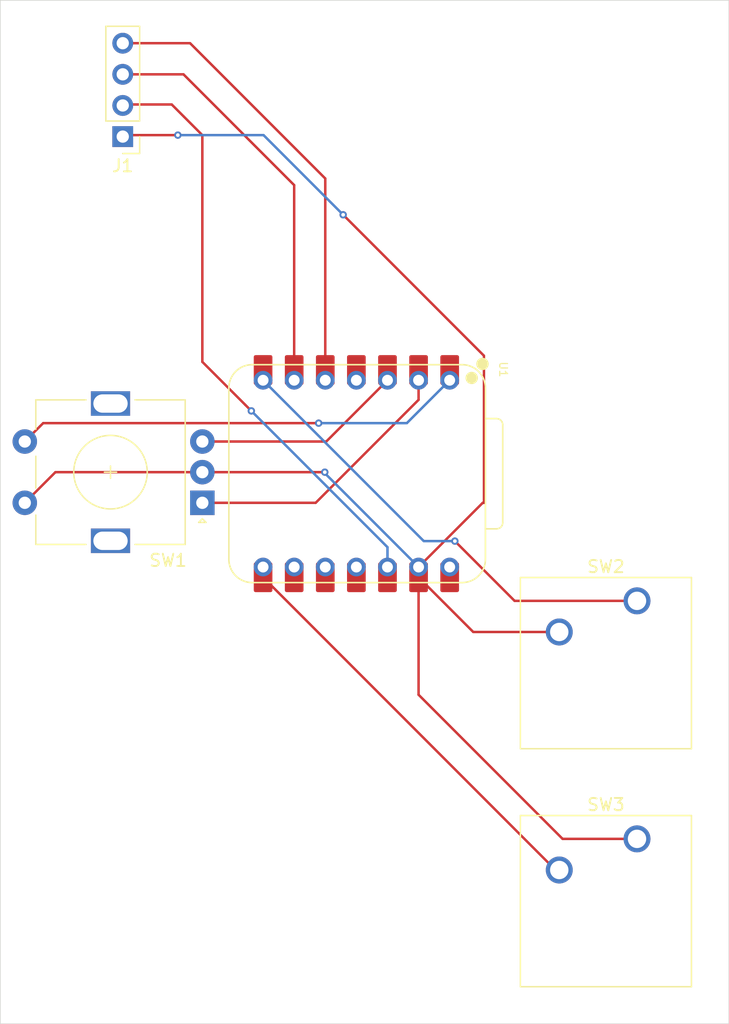
<source format=kicad_pcb>
(kicad_pcb (version 20241229) (generator "pcbnew") (generator_version "9.0")
  (layers (0 "F.Cu" signal) (2 "B.Cu" signal) (13 "F.Paste" user) (15 "B.Paste" user) (5 "F.SilkS" user "F.Silkscreen") (7 "B.SilkS" user "B.Silkscreen") (1 "F.Mask" user) (3 "B.Mask" user) (25 "Edge.Cuts" user))
  (net 0 "")
  (net 1 "Net-(J1-Pin_4)")
  (net 2 "Net-(J1-Pin_2)")
  (net 3 "Net-(J1-Pin_3)")
  (net 5 "unconnected-(U1-VBUS-Pad14)")
  (net 9 "GND")
  (net 10 "Net-(U1-GPIO26{slash}ADC0{slash}A0)")
  (net 11 "Net-(U1-GPIO27{slash}ADC1{slash}A1)")
  (net 12 "Net-(U1-GPIO28{slash}ADC2{slash}A2)")
  (net 13 "Net-(U1-GPIO0{slash}TX)")
  (net 14 "Net-(U1-GPIO1{slash}RX)")
  (footprint "Rotary_Encoder:RotaryEncoder_Alps_EC11E-Switch_Vertical_H20mm" (layer "F.Cu") (at 140 109.5 180)
    (property "Reference" "SW1" (at 2.8 -4.7 0) (layer "F.SilkS"))
    (property "Value" "RotaryEncoder_Switch")
    (fp_line (start 13.6 8.4) (end 9.5 8.4) (stroke (width 0.12)) (layer "F.SilkS"))
    (fp_line (start 13.6 6) (end 13.6 8.4) (stroke (width 0.12)) (layer "F.SilkS"))
    (fp_line (start 13.6 1.2) (end 13.6 3.8) (stroke (width 0.12)) (layer "F.SilkS"))
    (fp_line (start 13.6 -3.4) (end 13.6 -1) (stroke (width 0.12)) (layer "F.SilkS"))
    (fp_line (start 9.5 -3.4) (end 13.6 -3.4) (stroke (width 0.12)) (layer "F.SilkS"))
    (fp_line (start 7.5 2) (end 7.5 3) (stroke (width 0.12)) (layer "F.SilkS"))
    (fp_line (start 7 2.5) (end 8 2.5) (stroke (width 0.12)) (layer "F.SilkS"))
    (fp_line (start 5.5 8.4) (end 1.4 8.4) (stroke (width 0.12)) (layer "F.SilkS"))
    (fp_line (start 5.5 -3.4) (end 1.4 -3.4) (stroke (width 0.12)) (layer "F.SilkS"))
    (fp_line (start 1.4 -3.4) (end 1.4 8.4) (stroke (width 0.12)) (layer "F.SilkS"))
    (fp_line (start 0.3 -1.6) (end 0 -1.3) (stroke (width 0.12)) (layer "F.SilkS"))
    (fp_line (start 0 -1.3) (end -0.3 -1.6) (stroke (width 0.12)) (layer "F.SilkS"))
    (fp_line (start -0.3 -1.6) (end 0.3 -1.6) (stroke (width 0.12)) (layer "F.SilkS"))
    (fp_circle (center 7.5 2.5) (end 10.5 2.5) (stroke (width 0.12)) (fill no) (layer "F.SilkS"))
    (pad "A" thru_hole rect (at 0 0 180) (size 2 2) (drill 1) (layers "*.Cu" "*.Mask") (net 11 "Net-(U1-GPIO27{slash}ADC1{slash}A1)"))
    (pad "B" thru_hole circle (at 0 5 180) (size 2 2) (drill 1) (layers "*.Cu" "*.Mask") (net 12 "Net-(U1-GPIO28{slash}ADC2{slash}A2)"))
    (pad "C" thru_hole circle (at 0 2.5 180) (size 2 2) (drill 1) (layers "*.Cu" "*.Mask") (net 9 "GND"))
    (pad "MP" thru_hole rect (at 7.5 -3.1 180) (size 3.2 2) (drill oval 2.8 1.5) (layers "*.Cu" "*.Mask"))
    (pad "MP" thru_hole rect (at 7.5 8.1 180) (size 3.2 2) (drill oval 2.8 1.5) (layers "*.Cu" "*.Mask"))
    (pad "S1" thru_hole circle (at 14.5 5 180) (size 2 2) (drill 1) (layers "*.Cu" "*.Mask") (net 10 "Net-(U1-GPIO26{slash}ADC0{slash}A0)"))
    (pad "S2" thru_hole circle (at 14.5 0 180) (size 2 2) (drill 1) (layers "*.Cu" "*.Mask") (net 9 "GND"))
  )
  (footprint "OPL:XIAO-RP2040-DIP" (layer "F.Cu") (at 152.58 107.12 -90)
    (property "Reference" "U1" (at -8.5 -12 270) (layer "F.SilkS") (effects (font (size 0.635 0.635) (thickness 0.1016))))
    (property "Value" "XIAO-RP2040-DIP")
    (fp_line (start -6.985 10.414) (end 6.985 10.414) (stroke (width 0.127)) (layer "F.SilkS"))
    (fp_line (start -8.89 8.509) (end -8.89 -8.636) (stroke (width 0.127)) (layer "F.SilkS"))
    (fp_line (start 8.89 8.509) (end 8.89 -8.636) (stroke (width 0.127)) (layer "F.SilkS"))
    (fp_line (start -4.495 -10.541) (end -4.491272 -11.451272) (stroke (width 0.127)) (layer "F.SilkS"))
    (fp_line (start 6.985 -10.541) (end -6.985 -10.541) (stroke (width 0.1)) (layer "F.SilkS"))
    (fp_line (start 6.985 -10.541) (end -6.985 -10.541) (stroke (width 0.127)) (layer "F.SilkS"))
    (fp_line (start 4.504 -11.451) (end 4.504 -10.541) (stroke (width 0.127)) (layer "F.SilkS"))
    (fp_line (start -3.991272 -11.951) (end 4.004 -11.951) (stroke (width 0.127)) (layer "F.SilkS"))
    (fp_arc (start -6.985 10.414) (mid -8.332038 9.856038) (end -8.89 8.509) (stroke (width 0.127)) (layer "F.SilkS"))
    (fp_arc (start 8.89 8.509) (mid 8.332038 9.856038) (end 6.985 10.414) (stroke (width 0.127)) (layer "F.SilkS"))
    (fp_arc (start -8.89 -8.636) (mid -8.332038 -9.983038) (end -6.985 -10.541) (stroke (width 0.127)) (layer "F.SilkS"))
    (fp_arc (start 6.985 -10.541) (mid 8.332038 -9.983038) (end 8.89 -8.636) (stroke (width 0.127)) (layer "F.SilkS"))
    (fp_arc (start -4.491272 -11.451272) (mid -4.344728 -11.80464) (end -3.991272 -11.951) (stroke (width 0.127)) (layer "F.SilkS"))
    (fp_arc (start 4.004 -11.951) (mid 4.357553 -11.804553) (end 4.504 -11.451) (stroke (width 0.127)) (layer "F.SilkS"))
    (fp_circle (center -7.807 -9.42) (end -7.807 -9.674) (stroke (width 0.5)) (fill yes) (layer "F.SilkS"))
    (fp_circle (center -8.95 -10.3) (end -8.95 -10.554) (stroke (width 0.5)) (fill yes) (layer "F.SilkS"))
    (pad "1" smd roundrect (at -8.455 -7.62 90) (size 2.432 1.524) (layers "F.Cu" "F.Mask") (roundrect_rratio 0.1) (net 10 "Net-(U1-GPIO26{slash}ADC0{slash}A0)"))
    (pad "1" thru_hole circle (at -7.62 -7.62 90) (size 1.524 1.524) (drill 0.889) (layers "*.Cu" "*.Mask") (net 10 "Net-(U1-GPIO26{slash}ADC0{slash}A0)"))
    (pad "2" smd roundrect (at -8.455 -5.08 90) (size 2.432 1.524) (layers "F.Cu" "F.Mask") (roundrect_rratio 0.1) (net 11 "Net-(U1-GPIO27{slash}ADC1{slash}A1)"))
    (pad "2" thru_hole circle (at -7.62 -5.08 90) (size 1.524 1.524) (drill 0.889) (layers "*.Cu" "*.Mask") (net 11 "Net-(U1-GPIO27{slash}ADC1{slash}A1)"))
    (pad "3" smd roundrect (at -8.455 -2.54 90) (size 2.432 1.524) (layers "F.Cu" "F.Mask") (roundrect_rratio 0.1) (net 12 "Net-(U1-GPIO28{slash}ADC2{slash}A2)"))
    (pad "3" thru_hole circle (at -7.62 -2.54 90) (size 1.524 1.524) (drill 0.889) (layers "*.Cu" "*.Mask") (net 12 "Net-(U1-GPIO28{slash}ADC2{slash}A2)"))
    (pad "4" smd roundrect (at -8.455 0 90) (size 2.432 1.524) (layers "F.Cu" "F.Mask") (roundrect_rratio 0.1))
    (pad "4" thru_hole circle (at -7.62 0 90) (size 1.524 1.524) (drill 0.889) (layers "*.Cu" "*.Mask"))
    (pad "5" smd roundrect (at -8.455 2.54 90) (size 2.432 1.524) (layers "F.Cu" "F.Mask") (roundrect_rratio 0.1) (net 1 "Net-(J1-Pin_4)"))
    (pad "5" thru_hole circle (at -7.62 2.54 90) (size 1.524 1.524) (drill 0.889) (layers "*.Cu" "*.Mask") (net 1 "Net-(J1-Pin_4)"))
    (pad "6" smd roundrect (at -8.455 5.08 90) (size 2.432 1.524) (layers "F.Cu" "F.Mask") (roundrect_rratio 0.1) (net 3 "Net-(J1-Pin_3)"))
    (pad "6" thru_hole circle (at -7.62 5.08 90) (size 1.524 1.524) (drill 0.889) (layers "*.Cu" "*.Mask") (net 3 "Net-(J1-Pin_3)"))
    (pad "7" smd roundrect (at -8.455 7.62 90) (size 2.432 1.524) (layers "F.Cu" "F.Mask") (roundrect_rratio 0.1) (net 13 "Net-(U1-GPIO0{slash}TX)"))
    (pad "7" thru_hole circle (at -7.62 7.62 90) (size 1.524 1.524) (drill 0.889) (layers "*.Cu" "*.Mask") (net 13 "Net-(U1-GPIO0{slash}TX)"))
    (pad "8" thru_hole circle (at 7.62 7.62 270) (size 1.524 1.524) (drill 0.889) (layers "*.Cu" "*.Mask") (net 14 "Net-(U1-GPIO1{slash}RX)"))
    (pad "8" smd roundrect (at 8.455 7.62 270) (size 2.432 1.524) (layers "F.Cu" "F.Mask") (roundrect_rratio 0.1) (net 14 "Net-(U1-GPIO1{slash}RX)"))
    (pad "9" thru_hole circle (at 7.62 5.08 270) (size 1.524 1.524) (drill 0.889) (layers "*.Cu" "*.Mask"))
    (pad "9" smd roundrect (at 8.455 5.08 270) (size 2.432 1.524) (layers "F.Cu" "F.Mask") (roundrect_rratio 0.1))
    (pad "10" thru_hole circle (at 7.62 2.54 270) (size 1.524 1.524) (drill 0.889) (layers "*.Cu" "*.Mask"))
    (pad "10" smd roundrect (at 8.455 2.54 270) (size 2.432 1.524) (layers "F.Cu" "F.Mask") (roundrect_rratio 0.1))
    (pad "11" thru_hole circle (at 7.62 0 270) (size 1.524 1.524) (drill 0.889) (layers "*.Cu" "*.Mask"))
    (pad "11" smd roundrect (at 8.455 0 270) (size 2.432 1.524) (layers "F.Cu" "F.Mask") (roundrect_rratio 0.1))
    (pad "12" thru_hole circle (at 7.62 -2.54 270) (size 1.524 1.524) (drill 0.889) (layers "*.Cu" "*.Mask") (net 2 "Net-(J1-Pin_2)"))
    (pad "12" smd roundrect (at 8.455 -2.54 270) (size 2.432 1.524) (layers "F.Cu" "F.Mask") (roundrect_rratio 0.1) (net 2 "Net-(J1-Pin_2)"))
    (pad "13" thru_hole circle (at 7.62 -5.08 270) (size 1.524 1.524) (drill 0.889) (layers "*.Cu" "*.Mask") (net 9 "GND"))
    (pad "13" smd roundrect (at 8.455 -5.08 270) (size 2.432 1.524) (layers "F.Cu" "F.Mask") (roundrect_rratio 0.1) (net 9 "GND"))
    (pad "14" thru_hole circle (at 7.62 -7.62 270) (size 1.524 1.524) (drill 0.889) (layers "*.Cu" "*.Mask") (net 5 "unconnected-(U1-VBUS-Pad14)"))
    (pad "14" smd roundrect (at 8.455 -7.62 270) (size 2.432 1.524) (layers "F.Cu" "F.Mask") (roundrect_rratio 0.1) (net 5 "unconnected-(U1-VBUS-Pad14)"))
  )
  (footprint "Button_Switch_Keyboard:SW_Cherry_MX_1.00u_PCB" (layer "F.Cu") (at 175.5 117.5)
    (property "Reference" "SW2" (at -2.54 -2.794 0) (layer "F.SilkS"))
    (property "Value" "SW_Push")
    (fp_line (start -9.525 -1.905) (end 4.445 -1.905) (stroke (width 0.12)) (layer "F.SilkS"))
    (fp_line (start -9.525 12.065) (end -9.525 -1.905) (stroke (width 0.12)) (layer "F.SilkS"))
    (fp_line (start 4.445 -1.905) (end 4.445 12.065) (stroke (width 0.12)) (layer "F.SilkS"))
    (fp_line (start 4.445 12.065) (end -9.525 12.065) (stroke (width 0.12)) (layer "F.SilkS"))
    (pad "" np_thru_hole circle (at -7.62 5.08) (size 1.7 1.7) (drill 1.7) (layers "*.Cu" "*.Mask"))
    (pad "" np_thru_hole circle (at -2.54 5.08) (size 4 4) (drill 4) (layers "*.Cu" "*.Mask"))
    (pad "" np_thru_hole circle (at 2.54 5.08) (size 1.7 1.7) (drill 1.7) (layers "*.Cu" "*.Mask"))
    (pad "1" thru_hole circle (at 0 0) (size 2.2 2.2) (drill 1.5) (layers "*.Cu" "*.Mask") (net 13 "Net-(U1-GPIO0{slash}TX)"))
    (pad "2" thru_hole circle (at -6.35 2.54) (size 2.2 2.2) (drill 1.5) (layers "*.Cu" "*.Mask") (net 9 "GND"))
  )
  (footprint "Button_Switch_Keyboard:SW_Cherry_MX_1.00u_PCB" (layer "F.Cu") (at 175.5 136.92)
    (property "Reference" "SW3" (at -2.54 -2.794 0) (layer "F.SilkS"))
    (property "Value" "SW_Push")
    (fp_line (start -9.525 -1.905) (end 4.445 -1.905) (stroke (width 0.12)) (layer "F.SilkS"))
    (fp_line (start -9.525 12.065) (end -9.525 -1.905) (stroke (width 0.12)) (layer "F.SilkS"))
    (fp_line (start 4.445 -1.905) (end 4.445 12.065) (stroke (width 0.12)) (layer "F.SilkS"))
    (fp_line (start 4.445 12.065) (end -9.525 12.065) (stroke (width 0.12)) (layer "F.SilkS"))
    (pad "" np_thru_hole circle (at -7.62 5.08) (size 1.7 1.7) (drill 1.7) (layers "*.Cu" "*.Mask"))
    (pad "" np_thru_hole circle (at -2.54 5.08) (size 4 4) (drill 4) (layers "*.Cu" "*.Mask"))
    (pad "" np_thru_hole circle (at 2.54 5.08) (size 1.7 1.7) (drill 1.7) (layers "*.Cu" "*.Mask"))
    (pad "1" thru_hole circle (at 0 0) (size 2.2 2.2) (drill 1.5) (layers "*.Cu" "*.Mask") (net 9 "GND"))
    (pad "2" thru_hole circle (at -6.35 2.54) (size 2.2 2.2) (drill 1.5) (layers "*.Cu" "*.Mask") (net 14 "Net-(U1-GPIO1{slash}RX)"))
  )
  (footprint "Connector_PinHeader_2.54mm:PinHeader_1x04_P2.54mm_Vertical" (layer "F.Cu") (at 133.5 79.62 180)
    (property "Reference" "J1" (at 0 -2.38 0) (layer "F.SilkS"))
    (property "Value" "Conn_01x04_Socket")
    (fp_line (start 1.38 1.27) (end 1.38 9) (stroke (width 0.12)) (layer "F.SilkS"))
    (fp_line (start -1.38 9) (end 1.38 9) (stroke (width 0.12)) (layer "F.SilkS"))
    (fp_line (start -1.38 1.27) (end 1.38 1.27) (stroke (width 0.12)) (layer "F.SilkS"))
    (fp_line (start -1.38 1.27) (end -1.38 9) (stroke (width 0.12)) (layer "F.SilkS"))
    (fp_line (start -1.38 0) (end -1.38 -1.38) (stroke (width 0.12)) (layer "F.SilkS"))
    (fp_line (start -1.38 -1.38) (end 0 -1.38) (stroke (width 0.12)) (layer "F.SilkS"))
    (pad "1" thru_hole rect (at 0 0 180) (size 1.7 1.7) (drill 1) (layers "*.Cu" "*.Mask") (net 9 "GND"))
    (pad "2" thru_hole circle (at 0 2.54 180) (size 1.7 1.7) (drill 1) (layers "*.Cu" "*.Mask") (net 2 "Net-(J1-Pin_2)"))
    (pad "3" thru_hole circle (at 0 5.08 180) (size 1.7 1.7) (drill 1) (layers "*.Cu" "*.Mask") (net 3 "Net-(J1-Pin_3)"))
    (pad "4" thru_hole circle (at 0 7.62 180) (size 1.7 1.7) (drill 1) (layers "*.Cu" "*.Mask") (net 1 "Net-(J1-Pin_4)"))
  )
  (gr_rect (start 123.5 68.5) (end 183 152) (stroke (width 0.05)) (fill no) (layer "Edge.Cuts"))
  (segment (start 150.04 83.04) (end 150.04 99.5) (width 0.2) (layer "F.Cu") (net 1))
  (segment (start 139 72) (end 150.04 83.04) (width 0.2) (layer "F.Cu") (net 1))
  (segment (start 133.5 72) (end 139 72) (width 0.2) (layer "F.Cu") (net 1))
  (segment (start 133 77.08) (end 133 77) (width 0.2) (layer "F.Cu") (net 2))
  (segment (start 143.5 101.5) (end 144 102) (width 0.2) (layer "F.Cu") (net 2))
  (segment (start 138.5 78) (end 140 79.5) (width 0.2) (layer "F.Cu") (net 2))
  (segment (start 137.5 77) (end 138.5 78) (width 0.2) (layer "F.Cu") (net 2))
  (segment (start 133.5 77) (end 137.5 77) (width 0.2) (layer "F.Cu") (net 2))
  (segment (start 140 79.5) (end 140 98) (width 0.2) (layer "F.Cu") (net 2))
  (segment (start 140 98) (end 143.5 101.5) (width 0.2) (layer "F.Cu") (net 2))
  (segment (start 133.5 77.08) (end 133.5 77) (width 0.2) (layer "F.Cu") (net 2))
  (via (at 144 102) (size 0.6) (drill 0.3) (layers "F.Cu" "B.Cu") (net 2))
  (segment (start 144 102) (end 155.12 113.12) (width 0.2) (layer "B.Cu") (net 2))
  (segment (start 155.12 113.12) (end 155.12 114.74) (width 0.2) (layer "B.Cu") (net 2))
  (segment (start 138.46 74.54) (end 147.5 83.58) (width 0.2) (layer "F.Cu") (net 3))
  (segment (start 133.5 74.54) (end 138.46 74.54) (width 0.2) (layer "F.Cu") (net 3))
  (segment (start 147.5 83.58) (end 147.5 99.5) (width 0.2) (layer "F.Cu") (net 3))
  (segment (start 160.2 114.74) (end 160.2 115.575) (width 0.2) (layer "F.Cu") (net 5))
  (segment (start 128 107) (end 140 107) (width 0.2) (layer "F.Cu") (net 9))
  (segment (start 162.125 120.04) (end 157.66 115.575) (width 0.2) (layer "F.Cu") (net 9))
  (segment (start 175.5 136.92) (end 169.42 136.92) (width 0.2) (layer "F.Cu") (net 9))
  (segment (start 163 109.5) (end 163 97.5) (width 0.2) (layer "F.Cu") (net 9))
  (segment (start 169.42 136.92) (end 157.66 125.16) (width 0.2) (layer "F.Cu") (net 9))
  (segment (start 149.5 107) (end 150 107) (width 0.2) (layer "F.Cu") (net 9))
  (segment (start 140 107) (end 149 107) (width 0.2) (layer "F.Cu") (net 9))
  (segment (start 157.66 115.575) (end 157.66 114.74) (width 0.2) (layer "F.Cu") (net 9))
  (segment (start 169.15 120.04) (end 162.125 120.04) (width 0.2) (layer "F.Cu") (net 9))
  (segment (start 133.5 79.5) (end 133.5 79.62) (width 0.2) (layer "F.Cu") (net 9))
  (segment (start 149 107) (end 149.5 107) (width 0.2) (layer "F.Cu") (net 9))
  (segment (start 157.66 125.16) (end 157.66 115.575) (width 0.2) (layer "F.Cu") (net 9))
  (segment (start 138 79.5) (end 133.5 79.5) (width 0.2) (layer "F.Cu") (net 9))
  (segment (start 157.66 114.74) (end 162.9 109.5) (width 0.2) (layer "F.Cu") (net 9))
  (segment (start 125.5 109.5) (end 128 107) (width 0.2) (layer "F.Cu") (net 9))
  (segment (start 162.9 109.5) (end 163 109.5) (width 0.2) (layer "F.Cu") (net 9))
  (segment (start 163 97.5) (end 151.5 86) (width 0.2) (layer "F.Cu") (net 9))
  (via (at 138 79.5) (size 0.6) (drill 0.3) (layers "F.Cu" "B.Cu") (net 9))
  (via (at 151.5 86) (size 0.6) (drill 0.3) (layers "F.Cu" "B.Cu") (net 9))
  (via (at 150 107) (size 0.6) (drill 0.3) (layers "F.Cu" "B.Cu") (net 9))
  (segment (start 151.5 86) (end 145 79.5) (width 0.2) (layer "B.Cu") (net 9))
  (segment (start 150 107) (end 150 107.08) (width 0.2) (layer "B.Cu") (net 9))
  (segment (start 150 107.08) (end 157.66 114.74) (width 0.2) (layer "B.Cu") (net 9))
  (segment (start 145 79.5) (end 138 79.5) (width 0.2) (layer "B.Cu") (net 9))
  (segment (start 126.75 103.25) (end 125.5 104.5) (width 0.2) (layer "F.Cu") (net 10))
  (segment (start 160.2 98.665) (end 160.2 99.5) (width 0.2) (layer "F.Cu") (net 10))
  (segment (start 126.75 103.25) (end 127 103) (width 0.2) (layer "F.Cu") (net 10))
  (segment (start 127 103) (end 149.5 103) (width 0.2) (layer "F.Cu") (net 10))
  (via (at 149.5 103) (size 0.6) (drill 0.3) (layers "F.Cu" "B.Cu") (net 10))
  (segment (start 156.7 103) (end 160.2 99.5) (width 0.2) (layer "B.Cu") (net 10))
  (segment (start 149.5 103) (end 156.7 103) (width 0.2) (layer "B.Cu") (net 10))
  (segment (start 157.66 101.09731) (end 157.66 99.5) (width 0.2) (layer "F.Cu") (net 11))
  (segment (start 149.25731 109.5) (end 157.66 101.09731) (width 0.2) (layer "F.Cu") (net 11))
  (segment (start 140 109.5) (end 149.25731 109.5) (width 0.2) (layer "F.Cu") (net 11))
  (segment (start 140 104.5) (end 150.12 104.5) (width 0.2) (layer "F.Cu") (net 12))
  (segment (start 150.12 104.5) (end 155.12 99.5) (width 0.2) (layer "F.Cu") (net 12))
  (segment (start 175.5 117.5) (end 165.5 117.5) (width 0.2) (layer "F.Cu") (net 13))
  (segment (start 165.5 117.5) (end 160.624265 112.624265) (width 0.2) (layer "F.Cu") (net 13))
  (via (at 160.624265 112.624265) (size 0.6) (drill 0.3) (layers "F.Cu" "B.Cu") (net 13))
  (segment (start 160.624265 112.624265) (end 158.084265 112.624265) (width 0.2) (layer "B.Cu") (net 13))
  (segment (start 158.084265 112.624265) (end 144.96 99.5) (width 0.2) (layer "B.Cu") (net 13))
  (segment (start 168.845 139.46) (end 144.96 115.575) (width 0.2) (layer "F.Cu") (net 14))
  (segment (start 169.15 139.46) (end 168.845 139.46) (width 0.2) (layer "F.Cu") (net 14))
)
</source>
